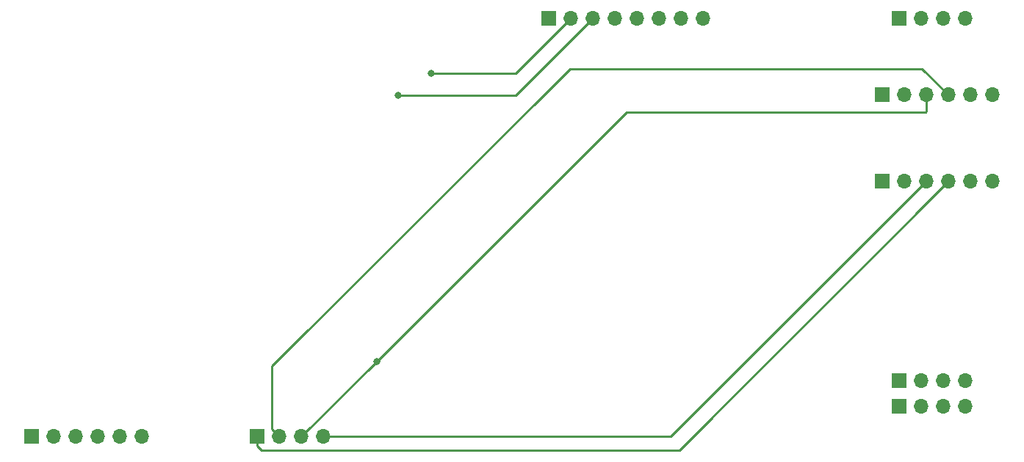
<source format=gbr>
G04 #@! TF.GenerationSoftware,KiCad,Pcbnew,(5.1.5-0)*
G04 #@! TF.CreationDate,2020-01-06T21:19:35-06:00*
G04 #@! TF.ProjectId,PCB,5043422e-6b69-4636-9164-5f7063625858,rev?*
G04 #@! TF.SameCoordinates,Original*
G04 #@! TF.FileFunction,Copper,L1,Top*
G04 #@! TF.FilePolarity,Positive*
%FSLAX46Y46*%
G04 Gerber Fmt 4.6, Leading zero omitted, Abs format (unit mm)*
G04 Created by KiCad (PCBNEW (5.1.5-0)) date 2020-01-06 21:19:35*
%MOMM*%
%LPD*%
G04 APERTURE LIST*
%ADD10O,1.700000X1.700000*%
%ADD11R,1.700000X1.700000*%
%ADD12C,0.800000*%
%ADD13C,0.250000*%
G04 APERTURE END LIST*
D10*
X112700000Y-124460000D03*
X110160000Y-124460000D03*
X107620000Y-124460000D03*
X105080000Y-124460000D03*
X102540000Y-124460000D03*
D11*
X100000000Y-124460000D03*
D10*
X207620000Y-121000000D03*
X205080000Y-121000000D03*
X202540000Y-121000000D03*
D11*
X200000000Y-121000000D03*
D10*
X210700000Y-95000000D03*
X208160000Y-95000000D03*
X205620000Y-95000000D03*
X203080000Y-95000000D03*
X200540000Y-95000000D03*
D11*
X198000000Y-95000000D03*
D10*
X210700000Y-85000000D03*
X208160000Y-85000000D03*
X205620000Y-85000000D03*
X203080000Y-85000000D03*
X200540000Y-85000000D03*
D11*
X198000000Y-85000000D03*
D10*
X207620000Y-118000000D03*
X205080000Y-118000000D03*
X202540000Y-118000000D03*
D11*
X200000000Y-118000000D03*
D10*
X207620000Y-76200000D03*
X205080000Y-76200000D03*
X202540000Y-76200000D03*
D11*
X200000000Y-76200000D03*
D10*
X177370000Y-76200000D03*
X174830000Y-76200000D03*
X172290000Y-76200000D03*
X169750000Y-76200000D03*
X167210000Y-76200000D03*
X164670000Y-76200000D03*
X162130000Y-76200000D03*
D11*
X159590000Y-76200000D03*
D10*
X133620000Y-124460000D03*
X131080000Y-124460000D03*
X128540000Y-124460000D03*
D11*
X126000000Y-124460000D03*
D12*
X139770000Y-115770000D03*
X146050000Y-82550000D03*
X142240000Y-85090000D03*
D13*
X126000000Y-125560000D02*
X126440000Y-126000000D01*
X126000000Y-124460000D02*
X126000000Y-125560000D01*
X174620000Y-126000000D02*
X205620000Y-95000000D01*
X126440000Y-126000000D02*
X174620000Y-126000000D01*
X127690001Y-123610001D02*
X127690001Y-116309999D01*
X128540000Y-124460000D02*
X127690001Y-123610001D01*
X127690001Y-116309999D02*
X162000000Y-82000000D01*
X202620000Y-82000000D02*
X205620000Y-85000000D01*
X162000000Y-82000000D02*
X202620000Y-82000000D01*
X203080000Y-85000000D02*
X203080000Y-86920000D01*
X203080000Y-86920000D02*
X203000000Y-87000000D01*
X168540000Y-87000000D02*
X139770000Y-115770000D01*
X203000000Y-87000000D02*
X168540000Y-87000000D01*
X173620000Y-124460000D02*
X133620000Y-124460000D01*
X203080000Y-95000000D02*
X173620000Y-124460000D01*
X139770000Y-115770000D02*
X131080000Y-124460000D01*
X155780000Y-82550000D02*
X162130000Y-76200000D01*
X146050000Y-82550000D02*
X146050000Y-82550000D01*
X155780000Y-85090000D02*
X164670000Y-76200000D01*
X143510000Y-85090000D02*
X155780000Y-85090000D01*
X146050000Y-82550000D02*
X155780000Y-82550000D01*
X143510000Y-85090000D02*
X142240000Y-85090000D01*
M02*

</source>
